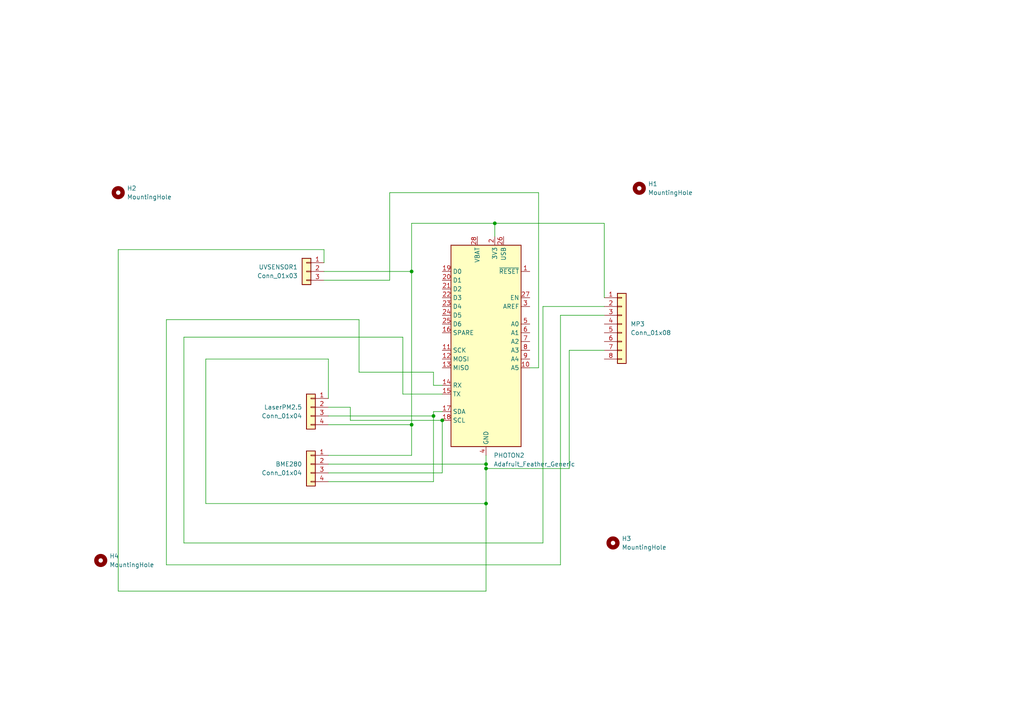
<source format=kicad_sch>
(kicad_sch (version 20231120) (generator "eeschema") (generator_version "8.0")
  (paper "A4")
  (lib_symbols
    (symbol "Connector_Generic:Conn_01x03" (pin_names (offset 1.016) hide)
      (property "Reference" "J" (at 0 5.08 0))
      (property "Value" "Conn_01x03" (at 0 -5.08 0))
      (symbol "Conn_01x03_1_1"
        (rectangle (start -1.27 -2.413) (end 0 -2.667) (stroke (width 0.1524)))
        (rectangle (start -1.27 0.127) (end 0 -0.127) (stroke (width 0.1524)))
        (rectangle (start -1.27 2.667) (end 0 2.413) (stroke (width 0.1524)))
        (rectangle (start -1.27 3.81) (end 1.27 -3.81) (stroke (width 0.254)) (fill (type background)))
        (pin passive line (at -5.08 2.54 0) (length 3.81) (name "Pin_1") (number "1"))
        (pin passive line (at -5.08 0 0) (length 3.81) (name "Pin_2") (number "2"))
        (pin passive line (at -5.08 -2.54 0) (length 3.81) (name "Pin_3") (number "3"))
      )
    )
    (symbol "Connector_Generic:Conn_01x04" (pin_names (offset 1.016) hide)
      (property "Reference" "J" (at 0 5.08 0))
      (property "Value" "Conn_01x04" (at 0 -7.62 0))
      (symbol "Conn_01x04_1_1"
        (rectangle (start -1.27 -4.953) (end 0 -5.207) (stroke (width 0.1524)))
        (rectangle (start -1.27 -2.413) (end 0 -2.667) (stroke (width 0.1524)))
        (rectangle (start -1.27 0.127) (end 0 -0.127) (stroke (width 0.1524)))
        (rectangle (start -1.27 2.667) (end 0 2.413) (stroke (width 0.1524)))
        (rectangle (start -1.27 3.81) (end 1.27 -6.35) (stroke (width 0.254)) (fill (type background)))
        (pin passive line (at -5.08 2.54 0) (length 3.81) (name "Pin_1") (number "1"))
        (pin passive line (at -5.08 0 0) (length 3.81) (name "Pin_2") (number "2"))
        (pin passive line (at -5.08 -2.54 0) (length 3.81) (name "Pin_3") (number "3"))
        (pin passive line (at -5.08 -5.08 0) (length 3.81) (name "Pin_4") (number "4"))
      )
    )
    (symbol "Connector_Generic:Conn_01x08" (pin_names (offset 1.016) hide)
      (property "Reference" "J" (at 0 10.16 0))
      (property "Value" "Conn_01x08" (at 0 -12.7 0))
      (symbol "Conn_01x08_1_1"
        (rectangle (start -1.27 -10.033) (end 0 -10.287) (stroke (width 0.1524)))
        (rectangle (start -1.27 -7.493) (end 0 -7.747) (stroke (width 0.1524)))
        (rectangle (start -1.27 -4.953) (end 0 -5.207) (stroke (width 0.1524)))
        (rectangle (start -1.27 -2.413) (end 0 -2.667) (stroke (width 0.1524)))
        (rectangle (start -1.27 0.127) (end 0 -0.127) (stroke (width 0.1524)))
        (rectangle (start -1.27 2.667) (end 0 2.413) (stroke (width 0.1524)))
        (rectangle (start -1.27 5.207) (end 0 4.953) (stroke (width 0.1524)))
        (rectangle (start -1.27 7.747) (end 0 7.493) (stroke (width 0.1524)))
        (rectangle (start -1.27 8.89) (end 1.27 -11.43) (stroke (width 0.254)) (fill (type background)))
        (pin passive line (at -5.08 7.62 0) (length 3.81) (name "Pin_1") (number "1"))
        (pin passive line (at -5.08 5.08 0) (length 3.81) (name "Pin_2") (number "2"))
        (pin passive line (at -5.08 2.54 0) (length 3.81) (name "Pin_3") (number "3"))
        (pin passive line (at -5.08 0 0) (length 3.81) (name "Pin_4") (number "4"))
        (pin passive line (at -5.08 -2.54 0) (length 3.81) (name "Pin_5") (number "5"))
        (pin passive line (at -5.08 -5.08 0) (length 3.81) (name "Pin_6") (number "6"))
        (pin passive line (at -5.08 -7.62 0) (length 3.81) (name "Pin_7") (number "7"))
        (pin passive line (at -5.08 -10.16 0) (length 3.81) (name "Pin_8") (number "8"))
      )
    )
    (symbol "MCU_Module:Adafruit_Feather_Generic"
      (property "Reference" "A" (at -10.16 29.21 0))
      (property "Value" "Adafruit_Feather_Generic" (at 2.54 -31.75 0))
      (symbol "Adafruit_Feather_Generic_0_1"
        (rectangle (start -10.16 27.94) (end 10.16 -30.48) (stroke (width 0.254)) (fill (type background)))
      )
      (symbol "Adafruit_Feather_Generic_1_1"
        (pin input line (at 12.7 20.32 180) (length 2.54) (name "~{RESET}") (number "1"))
        (pin bidirectional line (at 12.7 -7.62 180) (length 2.54) (name "A5") (number "10"))
        (pin bidirectional line (at -12.7 -2.54 0) (length 2.54) (name "SCK") (number "11"))
        (pin bidirectional line (at -12.7 -5.08 0) (length 2.54) (name "MOSI") (number "12"))
        (pin bidirectional line (at -12.7 -7.62 0) (length 2.54) (name "MISO") (number "13"))
        (pin bidirectional line (at -12.7 -12.7 0) (length 2.54) (name "RX") (number "14"))
        (pin bidirectional line (at -12.7 -15.24 0) (length 2.54) (name "TX") (number "15"))
        (pin bidirectional line (at -12.7 2.54 0) (length 2.54) (name "SPARE") (number "16"))
        (pin bidirectional line (at -12.7 -20.32 0) (length 2.54) (name "SDA") (number "17"))
        (pin bidirectional line (at -12.7 -22.86 0) (length 2.54) (name "SCL") (number "18"))
        (pin bidirectional line (at -12.7 20.32 0) (length 2.54) (name "D0") (number "19"))
        (pin power_in line (at 2.54 30.48 270) (length 2.54) (name "3V3") (number "2"))
        (pin bidirectional line (at -12.7 17.78 0) (length 2.54) (name "D1") (number "20"))
        (pin bidirectional line (at -12.7 15.24 0) (length 2.54) (name "D2") (number "21"))
        (pin bidirectional line (at -12.7 12.7 0) (length 2.54) (name "D3") (number "22"))
        (pin bidirectional line (at -12.7 10.16 0) (length 2.54) (name "D4") (number "23"))
        (pin bidirectional line (at -12.7 7.62 0) (length 2.54) (name "D5") (number "24"))
        (pin bidirectional line (at -12.7 5.08 0) (length 2.54) (name "D6") (number "25"))
        (pin power_in line (at 5.08 30.48 270) (length 2.54) (name "USB") (number "26"))
        (pin input line (at 12.7 12.7 180) (length 2.54) (name "EN") (number "27"))
        (pin power_in line (at -2.54 30.48 270) (length 2.54) (name "VBAT") (number "28"))
        (pin input line (at 12.7 10.16 180) (length 2.54) (name "AREF") (number "3"))
        (pin power_in line (at 0 -33.02 90) (length 2.54) (name "GND") (number "4"))
        (pin bidirectional line (at 12.7 5.08 180) (length 2.54) (name "A0") (number "5"))
        (pin bidirectional line (at 12.7 2.54 180) (length 2.54) (name "A1") (number "6"))
        (pin bidirectional line (at 12.7 0 180) (length 2.54) (name "A2") (number "7"))
        (pin bidirectional line (at 12.7 -2.54 180) (length 2.54) (name "A3") (number "8"))
        (pin bidirectional line (at 12.7 -5.08 180) (length 2.54) (name "A4") (number "9"))
      )
    )
    (symbol "Mechanical:MountingHole" (pin_names (offset 1.016)) (exclude_from_sim yes) (in_bom no)
      (property "Reference" "H" (at 0 5.08 0))
      (property "Value" "MountingHole" (at 0 3.175 0))
      (symbol "MountingHole_0_1"
        (circle (center 0 0) (radius 1.27) (stroke (width 1.27)))
      )
    )
  )
  (junction (at 128.27 121.92))
  (junction (at 119.38 123.19))
  (junction (at 140.97 135.89))
  (junction (at 125.73 120.65))
  (junction (at 119.38 78.74))
  (junction (at 140.97 134.62))
  (junction (at 143.51 64.77))
  (junction (at 140.97 146.05))
  (wire (pts (xy 95.25 137.16) (xy 128.27 137.16)))
  (wire (pts (xy 95.25 123.19) (xy 119.38 123.19)))
  (wire (pts (xy 125.73 119.38) (xy 125.73 120.65)))
  (wire (pts (xy 95.25 118.11) (xy 101.6 118.11)))
  (wire (pts (xy 125.73 111.76) (xy 128.27 111.76)))
  (wire (pts (xy 165.1 101.6) (xy 165.1 135.89)))
  (wire (pts (xy 140.97 134.62) (xy 140.97 132.08)))
  (wire (pts (xy 104.14 107.95) (xy 125.73 107.95)))
  (wire (pts (xy 116.84 97.79) (xy 116.84 114.3)))
  (wire (pts (xy 175.26 91.44) (xy 162.56 91.44)))
  (wire (pts (xy 156.21 55.88) (xy 156.21 106.68)))
  (wire (pts (xy 143.51 64.77) (xy 175.26 64.77)))
  (wire (pts (xy 119.38 64.77) (xy 119.38 78.74)))
  (wire (pts (xy 125.73 107.95) (xy 125.73 111.76)))
  (wire (pts (xy 59.69 146.05) (xy 140.97 146.05)))
  (wire (pts (xy 48.26 163.83) (xy 48.26 92.71)))
  (wire (pts (xy 140.97 134.62) (xy 140.97 135.89)))
  (wire (pts (xy 119.38 64.77) (xy 143.51 64.77)))
  (wire (pts (xy 95.25 132.08) (xy 119.38 132.08)))
  (wire (pts (xy 95.25 120.65) (xy 125.73 120.65)))
  (wire (pts (xy 157.48 88.9) (xy 157.48 157.48)))
  (wire (pts (xy 34.29 72.39) (xy 34.29 171.45)))
  (wire (pts (xy 175.26 101.6) (xy 165.1 101.6)))
  (wire (pts (xy 143.51 64.77) (xy 143.51 68.58)))
  (wire (pts (xy 53.34 97.79) (xy 116.84 97.79)))
  (wire (pts (xy 140.97 146.05) (xy 140.97 171.45)))
  (wire (pts (xy 113.03 81.28) (xy 113.03 55.88)))
  (wire (pts (xy 53.34 157.48) (xy 53.34 97.79)))
  (wire (pts (xy 157.48 157.48) (xy 53.34 157.48)))
  (wire (pts (xy 93.98 76.2) (xy 93.98 72.39)))
  (wire (pts (xy 101.6 121.92) (xy 128.27 121.92)))
  (wire (pts (xy 128.27 137.16) (xy 128.27 121.92)))
  (wire (pts (xy 95.25 104.14) (xy 59.69 104.14)))
  (wire (pts (xy 113.03 55.88) (xy 156.21 55.88)))
  (wire (pts (xy 116.84 114.3) (xy 128.27 114.3)))
  (wire (pts (xy 162.56 163.83) (xy 48.26 163.83)))
  (wire (pts (xy 93.98 72.39) (xy 34.29 72.39)))
  (wire (pts (xy 104.14 92.71) (xy 104.14 107.95)))
  (wire (pts (xy 95.25 115.57) (xy 95.25 104.14)))
  (wire (pts (xy 101.6 118.11) (xy 101.6 121.92)))
  (wire (pts (xy 125.73 119.38) (xy 128.27 119.38)))
  (wire (pts (xy 95.25 134.62) (xy 140.97 134.62)))
  (wire (pts (xy 156.21 106.68) (xy 153.67 106.68)))
  (wire (pts (xy 59.69 104.14) (xy 59.69 146.05)))
  (wire (pts (xy 125.73 120.65) (xy 125.73 139.7)))
  (wire (pts (xy 119.38 78.74) (xy 119.38 123.19)))
  (wire (pts (xy 93.98 81.28) (xy 113.03 81.28)))
  (wire (pts (xy 93.98 78.74) (xy 119.38 78.74)))
  (wire (pts (xy 48.26 92.71) (xy 104.14 92.71)))
  (wire (pts (xy 34.29 171.45) (xy 140.97 171.45)))
  (wire (pts (xy 162.56 91.44) (xy 162.56 163.83)))
  (wire (pts (xy 175.26 88.9) (xy 157.48 88.9)))
  (wire (pts (xy 165.1 135.89) (xy 140.97 135.89)))
  (wire (pts (xy 175.26 86.36) (xy 175.26 64.77)))
  (wire (pts (xy 140.97 135.89) (xy 140.97 146.05)))
  (wire (pts (xy 119.38 132.08) (xy 119.38 123.19)))
  (wire (pts (xy 95.25 139.7) (xy 125.73 139.7)))
  (symbol (lib_id "Connector_Generic:Conn_01x04") (at 90.17 118.11 0) (mirror y) (unit 1)
    (property "Reference" "LaserPM2.5" (at 87.63 118.1099 0) (effects (justify left)))
    (property "Value" "Conn_01x04" (at 87.63 120.6499 0) (effects (justify left)))
    (property "Footprint" "Connector_PinSocket_2.54mm:PinSocket_1x04_P2.54mm_Vertical" (effects (hide yes)))
    (property "Description" "Generic connector, single row, 01x04, script generated (kicad-library-utils/schlib/autogen/connector/)" (effects (hide yes)))
  )
  (symbol (lib_id "Mechanical:MountingHole") (at 177.8 157.48 0) (unit 1) (exclude_from_sim yes) (in_bom no)
    (property "Reference" "H3" (at 180.34 156.2099 0) (effects (justify left)))
    (property "Value" "MountingHole" (at 180.34 158.7499 0) (effects (justify left)))
    (property "Footprint" "MountingHole:MountingHole_3.5mm_Pad_Via" (effects (hide yes)))
    (property "Description" "Mounting Hole without connection" (effects (hide yes)))
  )
  (symbol (lib_id "Mechanical:MountingHole") (at 34.29 55.88 0) (unit 1) (exclude_from_sim yes) (in_bom no)
    (property "Reference" "H2" (at 36.83 54.6099 0) (effects (justify left)))
    (property "Value" "MountingHole" (at 36.83 57.1499 0) (effects (justify left)))
    (property "Footprint" "MountingHole:MountingHole_3.5mm_Pad_Via" (effects (hide yes)))
    (property "Description" "Mounting Hole without connection" (effects (hide yes)))
  )
  (symbol (lib_id "Mechanical:MountingHole") (at 185.42 54.61 0) (unit 1) (exclude_from_sim yes) (in_bom no)
    (property "Reference" "H1" (at 187.96 53.3399 0) (effects (justify left)))
    (property "Value" "MountingHole" (at 187.96 55.8799 0) (effects (justify left)))
    (property "Footprint" "MountingHole:MountingHole_3.5mm_Pad_Via" (effects (hide yes)))
    (property "Description" "Mounting Hole without connection" (effects (hide yes)))
  )
  (symbol (lib_id "Connector_Generic:Conn_01x04") (at 90.17 134.62 0) (mirror y) (unit 1)
    (property "Reference" "BME280" (at 87.63 134.6199 0) (effects (justify left)))
    (property "Value" "Conn_01x04" (at 87.63 137.1599 0) (effects (justify left)))
    (property "Footprint" "Connector_PinSocket_2.54mm:PinSocket_1x04_P2.54mm_Vertical" (effects (hide yes)))
    (property "Description" "Generic connector, single row, 01x04, script generated (kicad-library-utils/schlib/autogen/connector/)" (effects (hide yes)))
  )
  (symbol (lib_id "Mechanical:MountingHole") (at 29.21 162.56 0) (unit 1) (exclude_from_sim yes) (in_bom no)
    (property "Reference" "H4" (at 31.75 161.2899 0) (effects (justify left)))
    (property "Value" "MountingHole" (at 31.75 163.8299 0) (effects (justify left)))
    (property "Footprint" "MountingHole:MountingHole_3.5mm_Pad_Via" (effects (hide yes)))
    (property "Description" "Mounting Hole without connection" (effects (hide yes)))
  )
  (symbol (lib_id "Connector_Generic:Conn_01x08") (at 180.34 93.98 0) (unit 1)
    (property "Reference" "MP3" (at 182.88 93.9799 0) (effects (justify left)))
    (property "Value" "Conn_01x08" (at 182.88 96.5199 0) (effects (justify left)))
    (property "Footprint" "Connector_PinSocket_2.54mm:PinSocket_1x08_P2.54mm_Vertical" (effects (hide yes)))
    (property "Description" "Generic connector, single row, 01x08, script generated (kicad-library-utils/schlib/autogen/connector/)" (effects (hide yes)))
  )
  (symbol (lib_id "Connector_Generic:Conn_01x03") (at 88.9 78.74 0) (mirror y) (unit 1)
    (property "Reference" "UVSENSOR1" (at 86.36 77.4699 0) (effects (justify left)))
    (property "Value" "Conn_01x03" (at 86.36 80.0099 0) (effects (justify left)))
    (property "Footprint" "Connector_PinSocket_2.54mm:PinSocket_1x03_P2.54mm_Vertical" (effects (hide yes)))
    (property "Description" "Generic connector, single row, 01x03, script generated (kicad-library-utils/schlib/autogen/connector/)" (effects (hide yes)))
  )
  (symbol (lib_id "MCU_Module:Adafruit_Feather_Generic") (at 140.97 99.06 0) (unit 1)
    (property "Reference" "PHOTON2" (at 143.1641 132.08 0) (effects (justify left)))
    (property "Value" "Adafruit_Feather_Generic" (at 143.1641 134.62 0) (effects (justify left)))
    (property "Footprint" "Module:Adafruit_Feather" (effects (hide yes)))
    (property "Datasheet" "https://cdn-learn.adafruit.com/downloads/pdf/adafruit-feather.pdf" (effects (hide yes)))
    (property "Description" "Microcontroller module in various flavor, generic symbol" (effects (hide yes)))
  )
)
</source>
